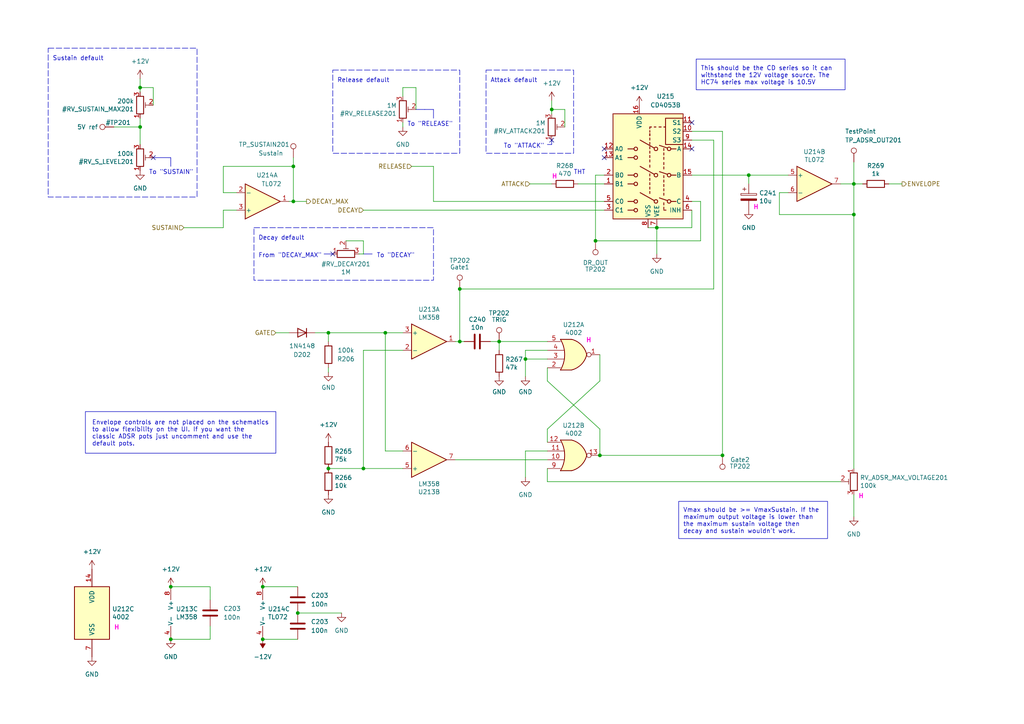
<source format=kicad_sch>
(kicad_sch (version 20231120) (generator "eeschema") (generator_version "8.0")
  (paper "A4")
  (title_block (title "ADSR"))
  (lib_symbols
    (symbol "+12V_1" (power) (pin_names (offset 0))
      (property "Value" "+12V_1" (at 0 3.556 0))
      (symbol "+12V_1_0_1"
        (polyline (pts (xy -0.762 1.27) (xy 0 2.54)))
        (polyline (pts (xy 0 0) (xy 0 2.54)))
        (polyline (pts (xy 0 2.54) (xy 0.762 1.27)))
      )
      (symbol "+12V_1_1_1"
        (pin power_in line (at 0 0 90) (length 0) hide (name "+12V") (number "1"))
      )
    )
    (symbol "+12V_2" (power) (pin_names (offset 0))
      (property "Value" "+12V_2" (at 0 3.556 0))
      (symbol "+12V_2_0_1"
        (polyline (pts (xy -0.762 1.27) (xy 0 2.54)))
        (polyline (pts (xy 0 0) (xy 0 2.54)))
        (polyline (pts (xy 0 2.54) (xy 0.762 1.27)))
      )
      (symbol "+12V_2_1_1"
        (pin power_in line (at 0 0 90) (length 0) hide (name "+12V") (number "1"))
      )
    )
    (symbol "+12V_3" (power) (pin_names (offset 0))
      (property "Value" "+12V_3" (at 0 3.556 0))
      (symbol "+12V_3_0_1"
        (polyline (pts (xy -0.762 1.27) (xy 0 2.54)))
        (polyline (pts (xy 0 0) (xy 0 2.54)))
        (polyline (pts (xy 0 2.54) (xy 0.762 1.27)))
      )
      (symbol "+12V_3_1_1"
        (pin power_in line (at 0 0 90) (length 0) hide (name "+12V") (number "1"))
      )
    )
    (symbol "+12V_4" (power) (pin_names (offset 0))
      (property "Value" "+12V_4" (at 0 3.556 0))
      (symbol "+12V_4_0_1"
        (polyline (pts (xy -0.762 1.27) (xy 0 2.54)))
        (polyline (pts (xy 0 0) (xy 0 2.54)))
        (polyline (pts (xy 0 2.54) (xy 0.762 1.27)))
      )
      (symbol "+12V_4_1_1"
        (pin power_in line (at 0 0 90) (length 0) hide (name "+12V") (number "1"))
      )
    )
    (symbol "+12V_5" (power) (pin_names (offset 0))
      (property "Value" "+12V_5" (at 0 3.556 0))
      (symbol "+12V_5_0_1"
        (polyline (pts (xy -0.762 1.27) (xy 0 2.54)))
        (polyline (pts (xy 0 0) (xy 0 2.54)))
        (polyline (pts (xy 0 2.54) (xy 0.762 1.27)))
      )
      (symbol "+12V_5_1_1"
        (pin power_in line (at 0 0 90) (length 0) hide (name "+12V") (number "1"))
      )
    )
    (symbol "+12V_6" (power) (pin_names (offset 0))
      (property "Value" "+12V_6" (at 0 3.556 0))
      (symbol "+12V_6_0_1"
        (polyline (pts (xy -0.762 1.27) (xy 0 2.54)))
        (polyline (pts (xy 0 0) (xy 0 2.54)))
        (polyline (pts (xy 0 2.54) (xy 0.762 1.27)))
      )
      (symbol "+12V_6_1_1"
        (pin power_in line (at 0 0 90) (length 0) hide (name "+12V") (number "1"))
      )
    )
    (symbol "+12V_7" (power) (pin_names (offset 0))
      (property "Value" "+12V_7" (at 0 3.556 0))
      (symbol "+12V_7_0_1"
        (polyline (pts (xy -0.762 1.27) (xy 0 2.54)))
        (polyline (pts (xy 0 0) (xy 0 2.54)))
        (polyline (pts (xy 0 2.54) (xy 0.762 1.27)))
      )
      (symbol "+12V_7_1_1"
        (pin power_in line (at 0 0 90) (length 0) hide (name "+12V") (number "1"))
      )
    )
    (symbol "4xxx:4002" (pin_names (offset 1.016))
      (property "Reference" "U" (at 0 1.27 0))
      (property "Value" "4002" (at 0 -1.27 0))
      (symbol "4002_1_1"
        (arc (start -3.81 -4.445) (mid -2.5908 0) (end -3.81 4.445) (stroke (width 0.254)))
        (arc (start -0.6096 -4.445) (mid 2.2246 -2.8422) (end 3.81 0) (stroke (width 0.254)) (fill (type background)))
        (polyline (pts (xy -3.81 -4.445) (xy -0.635 -4.445)) (stroke (width 0.254)) (fill (type background)))
        (polyline (pts (xy -3.81 4.445) (xy -0.635 4.445)) (stroke (width 0.254)) (fill (type background)))
        (polyline (pts (xy -0.635 4.445) (xy -3.81 4.445) (xy -3.81 4.445) (xy -3.6322 4.0894) (xy -3.0988 2.921) (xy -2.7686 1.6764) (xy -2.6162 0.4318) (xy -2.6416 -0.8636) (xy -2.8702 -2.1082) (xy -3.2512 -3.3274) (xy -3.81 -4.445) (xy -3.81 -4.445) (xy -0.635 -4.445)) (stroke (width -25.4)) (fill (type background)))
        (arc (start 3.81 0) (mid 2.2204 2.8379) (end -0.6096 4.445) (stroke (width 0.254)) (fill (type background)))
        (pin output inverted (at 7.62 0 180) (length 3.81) (name "~") (number "1"))
        (pin input line (at -7.62 3.81 0) (length 3.81) (name "~") (number "2"))
        (pin input line (at -7.62 1.27 0) (length 4.826) (name "~") (number "3"))
        (pin input line (at -7.62 -1.27 0) (length 4.826) (name "~") (number "4"))
        (pin input line (at -7.62 -3.81 0) (length 3.81) (name "~") (number "5"))
      )
      (symbol "4002_1_2"
        (arc (start -0.635 -4.445) (mid 3.7907 0) (end -0.635 4.445) (stroke (width 0.254)) (fill (type background)))
        (polyline (pts (xy -0.635 4.445) (xy -3.81 4.445) (xy -3.81 -4.445) (xy -0.635 -4.445)) (stroke (width 0.254)) (fill (type background)))
        (pin output line (at 7.62 0 180) (length 3.81) (name "~") (number "1"))
        (pin input inverted (at -7.62 3.81 0) (length 3.81) (name "~") (number "2"))
        (pin input inverted (at -7.62 1.27 0) (length 3.81) (name "~") (number "3"))
        (pin input inverted (at -7.62 -1.27 0) (length 3.81) (name "~") (number "4"))
        (pin input inverted (at -7.62 -3.81 0) (length 3.81) (name "~") (number "5"))
      )
      (symbol "4002_2_1"
        (arc (start -3.81 -4.445) (mid -2.5908 0) (end -3.81 4.445) (stroke (width 0.254)))
        (arc (start -0.6096 -4.445) (mid 2.2246 -2.8422) (end 3.81 0) (stroke (width 0.254)) (fill (type background)))
        (polyline (pts (xy -3.81 -4.445) (xy -0.635 -4.445)) (stroke (width 0.254)) (fill (type background)))
        (polyline (pts (xy -3.81 4.445) (xy -0.635 4.445)) (stroke (width 0.254)) (fill (type background)))
        (polyline (pts (xy -0.635 4.445) (xy -3.81 4.445) (xy -3.81 4.445) (xy -3.6322 4.0894) (xy -3.0988 2.921) (xy -2.7686 1.6764) (xy -2.6162 0.4318) (xy -2.6416 -0.8636) (xy -2.8702 -2.1082) (xy -3.2512 -3.3274) (xy -3.81 -4.445) (xy -3.81 -4.445) (xy -0.635 -4.445)) (stroke (width -25.4)) (fill (type background)))
        (arc (start 3.81 0) (mid 2.2204 2.8379) (end -0.6096 4.445) (stroke (width 0.254)) (fill (type background)))
        (pin input line (at -7.62 1.27 0) (length 4.826) (name "~") (number "10"))
        (pin input line (at -7.62 -1.27 0) (length 4.826) (name "~") (number "11"))
        (pin input line (at -7.62 -3.81 0) (length 3.81) (name "~") (number "12"))
        (pin output inverted (at 7.62 0 180) (length 3.81) (name "~") (number "13"))
        (pin input line (at -7.62 3.81 0) (length 3.81) (name "~") (number "9"))
      )
      (symbol "4002_2_2"
        (arc (start -0.635 -4.445) (mid 3.7907 0) (end -0.635 4.445) (stroke (width 0.254)) (fill (type background)))
        (polyline (pts (xy -0.635 4.445) (xy -3.81 4.445) (xy -3.81 -4.445) (xy -0.635 -4.445)) (stroke (width 0.254)) (fill (type background)))
        (pin input inverted (at -7.62 1.27 0) (length 3.81) (name "~") (number "10"))
        (pin input inverted (at -7.62 -1.27 0) (length 3.81) (name "~") (number "11"))
        (pin input inverted (at -7.62 -3.81 0) (length 3.81) (name "~") (number "12"))
        (pin output line (at 7.62 0 180) (length 3.81) (name "~") (number "13"))
        (pin input inverted (at -7.62 3.81 0) (length 3.81) (name "~") (number "9"))
      )
      (symbol "4002_3_0"
        (pin power_in line (at 0 12.7 270) (length 5.08) (name "VDD") (number "14"))
        (pin power_in line (at 0 -12.7 90) (length 5.08) (name "VSS") (number "7"))
      )
      (symbol "4002_3_1"
        (rectangle (start -5.08 7.62) (end 5.08 -7.62) (stroke (width 0.254)) (fill (type background)))
      )
    )
    (symbol "Amplifier_Operational:LM358" (pin_names (offset 0.127))
      (property "Reference" "U" (at 0 5.08 0))
      (property "Value" "LM358" (at 0 -5.08 0))
      (symbol "LM358_1_1"
        (polyline (pts (xy -5.08 5.08) (xy 5.08 0) (xy -5.08 -5.08) (xy -5.08 5.08)) (stroke (width 0.254)) (fill (type background)))
        (pin output line (at 7.62 0 180) (length 2.54) (name "~") (number "1"))
        (pin input line (at -7.62 -2.54 0) (length 2.54) (name "-") (number "2"))
        (pin input line (at -7.62 2.54 0) (length 2.54) (name "+") (number "3"))
      )
      (symbol "LM358_2_1"
        (polyline (pts (xy -5.08 5.08) (xy 5.08 0) (xy -5.08 -5.08) (xy -5.08 5.08)) (stroke (width 0.254)) (fill (type background)))
        (pin input line (at -7.62 2.54 0) (length 2.54) (name "+") (number "5"))
        (pin input line (at -7.62 -2.54 0) (length 2.54) (name "-") (number "6"))
        (pin output line (at 7.62 0 180) (length 2.54) (name "~") (number "7"))
      )
      (symbol "LM358_3_1"
        (pin power_in line (at -2.54 -7.62 90) (length 3.81) (name "V-") (number "4"))
        (pin power_in line (at -2.54 7.62 270) (length 3.81) (name "V+") (number "8"))
      )
    )
    (symbol "Amplifier_Operational:TL072" (pin_names (offset 0.127))
      (property "Reference" "U" (at 0 5.08 0))
      (property "Value" "TL072" (at 0 -5.08 0))
      (symbol "TL072_1_1"
        (polyline (pts (xy -5.08 5.08) (xy 5.08 0) (xy -5.08 -5.08) (xy -5.08 5.08)) (stroke (width 0.254)) (fill (type background)))
        (pin output line (at 7.62 0 180) (length 2.54) (name "~") (number "1"))
        (pin input line (at -7.62 -2.54 0) (length 2.54) (name "-") (number "2"))
        (pin input line (at -7.62 2.54 0) (length 2.54) (name "+") (number "3"))
      )
      (symbol "TL072_2_1"
        (polyline (pts (xy -5.08 5.08) (xy 5.08 0) (xy -5.08 -5.08) (xy -5.08 5.08)) (stroke (width 0.254)) (fill (type background)))
        (pin input line (at -7.62 2.54 0) (length 2.54) (name "+") (number "5"))
        (pin input line (at -7.62 -2.54 0) (length 2.54) (name "-") (number "6"))
        (pin output line (at 7.62 0 180) (length 2.54) (name "~") (number "7"))
      )
      (symbol "TL072_3_1"
        (pin power_in line (at -2.54 -7.62 90) (length 3.81) (name "V-") (number "4"))
        (pin power_in line (at -2.54 7.62 270) (length 3.81) (name "V+") (number "8"))
      )
    )
    (symbol "Analog_Switch:CD4053B"
      (property "Reference" "U" (at -10.16 16.51 0))
      (property "Value" "CD4053B" (at 3.81 16.51 0))
      (symbol "CD4053B_0_1"
        (rectangle (start -10.16 6.35) (end -5.08 13.97) (stroke (width 0.254)))
        (rectangle (start -10.16 15.24) (end 10.16 -15.24) (stroke (width 0.254)) (fill (type background)))
        (circle (center -6.096 -10.16) (radius 0.508) (stroke (width 0.254)))
        (circle (center -6.096 -2.54) (radius 0.508) (stroke (width 0.254)))
        (circle (center -6.096 5.08) (radius 0.508) (stroke (width 0.254)))
        (circle (center -2.286 -10.16) (radius 0.508) (stroke (width 0.254)))
        (circle (center -2.286 -2.54) (radius 0.508) (stroke (width 0.254)))
        (circle (center -2.286 5.08) (radius 0.508) (stroke (width 0.254)))
        (polyline (pts (xy -8.128 -10.16) (xy -6.604 -10.16)) (stroke (width 0.254)))
        (polyline (pts (xy -8.128 -2.54) (xy -6.604 -2.54)) (stroke (width 0.254)))
        (polyline (pts (xy -8.128 5.08) (xy -6.604 5.08)) (stroke (width 0.254)))
        (polyline (pts (xy -5.588 -9.906) (xy -3.302 -9.144)) (stroke (width 0.254)))
        (polyline (pts (xy -5.588 -2.286) (xy -3.302 -1.524)) (stroke (width 0.254)))
        (polyline (pts (xy -5.588 5.334) (xy -3.302 6.096)) (stroke (width 0.254)))
        (polyline (pts (xy -4.572 -12.7) (xy -5.207 -12.7)) (stroke (width 0.254)))
        (polyline (pts (xy -4.572 -12.446) (xy -4.572 -11.811)) (stroke (width 0.254)))
        (polyline (pts (xy -4.572 -11.176) (xy -4.572 -10.541)) (stroke (width 0.254)))
        (polyline (pts (xy -4.572 -8.382) (xy -4.572 -7.747)) (stroke (width 0.254)))
        (polyline (pts (xy -4.572 -7.112) (xy -4.572 -6.477)) (stroke (width 0.254)))
        (polyline (pts (xy -4.572 -5.842) (xy -4.572 -5.207)) (stroke (width 0.254)))
        (polyline (pts (xy -4.572 -4.572) (xy -4.572 -3.937)) (stroke (width 0.254)))
        (polyline (pts (xy -4.572 -3.302) (xy -4.572 -2.667)) (stroke (width 0.254)))
        (polyline (pts (xy -4.572 -0.762) (xy -4.572 -0.127)) (stroke (width 0.254)))
        (polyline (pts (xy -4.572 0.508) (xy -4.572 1.143)) (stroke (width 0.254)))
        (polyline (pts (xy -4.572 2.032) (xy -4.572 2.667)) (stroke (width 0.254)))
        (polyline (pts (xy -4.572 3.302) (xy -4.572 3.937)) (stroke (width 0.254)))
        (polyline (pts (xy -4.572 4.572) (xy -4.572 5.207)) (stroke (width 0.254)))
        (polyline (pts (xy -4.572 11.43) (xy -5.08 11.43)) (stroke (width 0.254)))
        (polyline (pts (xy -3.81 11.43) (xy -3.175 11.43)) (stroke (width 0.254)))
        (polyline (pts (xy -1.778 -9.906) (xy 2.286 -7.62)) (stroke (width 0.254)))
        (polyline (pts (xy -1.778 -2.286) (xy 2.286 0)) (stroke (width 0.254)))
        (polyline (pts (xy -1.778 5.334) (xy 2.286 7.62)) (stroke (width 0.254)))
        (polyline (pts (xy -1.778 11.43) (xy -2.286 11.43)) (stroke (width 0.254)))
        (polyline (pts (xy -0.508 -7.874) (xy -0.508 -7.239)) (stroke (width 0.254)))
        (polyline (pts (xy -0.508 -6.604) (xy -0.508 -5.969)) (stroke (width 0.254)))
        (polyline (pts (xy -0.508 -5.334) (xy -0.508 -4.699)) (stroke (width 0.254)))
        (polyline (pts (xy -0.508 -4.064) (xy -0.508 -3.429)) (stroke (width 0.254)))
        (polyline (pts (xy -0.508 -2.794) (xy -0.508 -2.159)) (stroke (width 0.254)))
        (polyline (pts (xy -0.508 -0.254) (xy -0.508 0.381)) (stroke (width 0.254)))
        (polyline (pts (xy -0.508 1.27) (xy -0.508 1.905)) (stroke (width 0.254)))
        (polyline (pts (xy -0.508 2.54) (xy -0.508 3.175)) (stroke (width 0.254)))
        (polyline (pts (xy -0.508 3.81) (xy -0.508 4.445)) (stroke (width 0.254)))
        (polyline (pts (xy -0.508 5.08) (xy -0.508 5.715)) (stroke (width 0.254)))
        (polyline (pts (xy -0.508 6.35) (xy -0.508 6.985)) (stroke (width 0.254)))
        (polyline (pts (xy -0.508 7.62) (xy -0.508 8.255)) (stroke (width 0.254)))
        (polyline (pts (xy -0.508 8.89) (xy -0.508 9.398)) (stroke (width 0.254)))
        (polyline (pts (xy -0.508 8.89) (xy -0.508 9.525)) (stroke (width 0.254)))
        (polyline (pts (xy -0.508 9.906) (xy -0.508 10.414)) (stroke (width 0.254)))
        (polyline (pts (xy -0.508 10.922) (xy -0.508 11.43)) (stroke (width 0.254)))
        (polyline (pts (xy -0.508 11.43) (xy -1.016 11.43)) (stroke (width 0.254)))
        (polyline (pts (xy 4.064 -12.7) (xy 5.842 -12.7)) (stroke (width 0.254)))
        (polyline (pts (xy 4.064 -10.16) (xy 5.842 -10.16)) (stroke (width 0.254)))
        (polyline (pts (xy 4.064 -5.08) (xy 5.842 -5.08)) (stroke (width 0.254)))
        (polyline (pts (xy 4.064 -2.54) (xy 5.842 -2.54)) (stroke (width 0.254)))
        (polyline (pts (xy 4.064 2.54) (xy 5.842 2.54)) (stroke (width 0.254)))
        (polyline (pts (xy 4.064 5.08) (xy 5.842 5.08)) (stroke (width 0.254)))
        (circle (center 3.556 -12.7) (radius 0.508) (stroke (width 0.254)))
        (circle (center 3.556 -10.16) (radius 0.508) (stroke (width 0.254)))
        (circle (center 3.556 -5.08) (radius 0.508) (stroke (width 0.254)))
        (circle (center 3.556 -2.54) (radius 0.508) (stroke (width 0.254)))
        (circle (center 3.556 2.54) (radius 0.508) (stroke (width 0.254)))
        (circle (center 3.556 5.08) (radius 0.508) (stroke (width 0.254)))
      )
      (symbol "CD4053B_1_1"
        (pin bidirectional line (at 12.7 -5.08 180) (length 2.54) (name "B1") (number "1"))
        (pin input line (at -12.7 10.16 0) (length 2.54) (name "S2") (number "10"))
        (pin input line (at -12.7 12.7 0) (length 2.54) (name "S1") (number "11"))
        (pin bidirectional line (at 12.7 5.08 180) (length 2.54) (name "A0") (number "12"))
        (pin bidirectional line (at 12.7 2.54 180) (length 2.54) (name "A1") (number "13"))
        (pin bidirectional line (at -12.7 5.08 0) (length 2.54) (name "A") (number "14"))
        (pin bidirectional line (at -12.7 -2.54 0) (length 2.54) (name "B") (number "15"))
        (pin power_in line (at 2.54 17.78 270) (length 2.54) (name "VDD") (number "16"))
        (pin bidirectional line (at 12.7 -2.54 180) (length 2.54) (name "B0") (number "2"))
        (pin bidirectional line (at 12.7 -12.7 180) (length 2.54) (name "C1") (number "3"))
        (pin bidirectional line (at -12.7 -10.16 0) (length 2.54) (name "C") (number "4"))
        (pin bidirectional line (at 12.7 -10.16 180) (length 2.54) (name "C0") (number "5"))
        (pin input line (at -12.7 -12.7 0) (length 2.54) (name "INH") (number "6"))
        (pin power_in line (at -2.54 -17.78 90) (length 2.54) (name "VEE") (number "7"))
        (pin power_in line (at 0 -17.78 90) (length 2.54) (name "VSS") (number "8"))
        (pin input line (at -12.7 7.62 0) (length 2.54) (name "S3") (number "9"))
      )
    )
    (symbol "Connector:TestPoint" (pin_numbers hide) (pin_names (offset 0.762) hide)
      (property "Reference" "TP" (at 0 6.858 0))
      (property "Value" "TestPoint" (at 0 5.08 0))
      (symbol "TestPoint_0_1"
        (circle (center 0 3.302) (radius 0.762))
      )
      (symbol "TestPoint_1_1"
        (pin passive line (at 0 0 90) (length 2.54) (name "1") (number "1"))
      )
    )
    (symbol "Device:C" (pin_numbers hide) (pin_names (offset 0.254))
      (property "Reference" "C" (at 0.635 2.54 0))
      (property "Value" "C" (at 0.635 -2.54 0))
      (symbol "C_0_1"
        (polyline (pts (xy -2.032 -0.762) (xy 2.032 -0.762)) (stroke (width 0.508)))
        (polyline (pts (xy -2.032 0.762) (xy 2.032 0.762)) (stroke (width 0.508)))
      )
      (symbol "C_1_1"
        (pin passive line (at 0 3.81 270) (length 2.794) (name "~") (number "1"))
        (pin passive line (at 0 -3.81 90) (length 2.794) (name "~") (number "2"))
      )
    )
    (symbol "Device:C_Polarized" (pin_numbers hide) (pin_names (offset 0.254))
      (property "Reference" "C" (at 0.635 2.54 0))
      (property "Value" "C_Polarized" (at 0.635 -2.54 0))
      (symbol "C_Polarized_0_1"
        (rectangle (start -2.286 0.508) (end 2.286 1.016))
        (polyline (pts (xy -1.778 2.286) (xy -0.762 2.286)))
        (polyline (pts (xy -1.27 2.794) (xy -1.27 1.778)))
        (rectangle (start 2.286 -0.508) (end -2.286 -1.016) (fill (type outline)))
      )
      (symbol "C_Polarized_1_1"
        (pin passive line (at 0 3.81 270) (length 2.794) (name "~") (number "1"))
        (pin passive line (at 0 -3.81 90) (length 2.794) (name "~") (number "2"))
      )
    )
    (symbol "Device:D" (pin_numbers hide) (pin_names (offset 1.016) hide)
      (property "Reference" "D" (at 0 2.54 0))
      (property "Value" "D" (at 0 -2.54 0))
      (symbol "D_0_1"
        (polyline (pts (xy -1.27 1.27) (xy -1.27 -1.27)) (stroke (width 0.254)))
        (polyline (pts (xy 1.27 0) (xy -1.27 0)))
        (polyline (pts (xy 1.27 1.27) (xy 1.27 -1.27) (xy -1.27 0) (xy 1.27 1.27)) (stroke (width 0.254)))
      )
      (symbol "D_1_1"
        (pin passive line (at -3.81 0 0) (length 2.54) (name "K") (number "1"))
        (pin passive line (at 3.81 0 180) (length 2.54) (name "A") (number "2"))
      )
    )
    (symbol "Device:R" (pin_numbers hide) (pin_names (offset 0))
      (property "Reference" "R" (at 2.032 0 90))
      (property "Value" "R" (at 0 0 90))
      (symbol "R_0_1"
        (rectangle (start -1.016 -2.54) (end 1.016 2.54) (stroke (width 0.254)))
      )
      (symbol "R_1_1"
        (pin passive line (at 0 3.81 270) (length 1.27) (name "~") (number "1"))
        (pin passive line (at 0 -3.81 90) (length 1.27) (name "~") (number "2"))
      )
    )
    (symbol "Device:R_Potentiometer_Trim" (pin_names (offset 1.016) hide)
      (property "Reference" "RV" (at -4.445 0 90))
      (property "Value" "R_Potentiometer_Trim" (at -2.54 0 90))
      (symbol "R_Potentiometer_Trim_0_1"
        (polyline (pts (xy 1.524 0.762) (xy 1.524 -0.762)))
        (polyline (pts (xy 2.54 0) (xy 1.524 0)))
        (rectangle (start 1.016 2.54) (end -1.016 -2.54) (stroke (width 0.254)))
      )
      (symbol "R_Potentiometer_Trim_1_1"
        (pin passive line (at 0 3.81 270) (length 1.27) (name "1") (number "1"))
        (pin passive line (at 3.81 0 180) (length 1.27) (name "2") (number "2"))
        (pin passive line (at 0 -3.81 90) (length 1.27) (name "3") (number "3"))
      )
    )
    (symbol "GND_1" (power) (pin_names (offset 0))
      (property "Value" "GND_1" (at 0 -3.81 0))
      (symbol "GND_1_0_1"
        (polyline (pts (xy 0 0) (xy 0 -1.27) (xy 1.27 -1.27) (xy 0 -2.54) (xy -1.27 -1.27) (xy 0 -1.27)))
      )
      (symbol "GND_1_1_1"
        (pin power_in line (at 0 0 270) (length 0) hide (name "GND") (number "1"))
      )
    )
    (symbol "GND_10" (power) (pin_names (offset 0))
      (property "Value" "GND_10" (at 0 -3.81 0))
      (symbol "GND_10_0_1"
        (polyline (pts (xy 0 0) (xy 0 -1.27) (xy 1.27 -1.27) (xy 0 -2.54) (xy -1.27 -1.27) (xy 0 -1.27)))
      )
      (symbol "GND_10_1_1"
        (pin power_in line (at 0 0 270) (length 0) hide (name "GND") (number "1"))
      )
    )
    (symbol "GND_2" (power) (pin_names (offset 0))
      (property "Value" "GND_2" (at 0 -3.81 0))
      (symbol "GND_2_0_1"
        (polyline (pts (xy 0 0) (xy 0 -1.27) (xy 1.27 -1.27) (xy 0 -2.54) (xy -1.27 -1.27) (xy 0 -1.27)))
      )
      (symbol "GND_2_1_1"
        (pin power_in line (at 0 0 270) (length 0) hide (name "GND") (number "1"))
      )
    )
    (symbol "GND_3" (power) (pin_names (offset 0))
      (property "Value" "GND_3" (at 0 -3.81 0))
      (symbol "GND_3_0_1"
        (polyline (pts (xy 0 0) (xy 0 -1.27) (xy 1.27 -1.27) (xy 0 -2.54) (xy -1.27 -1.27) (xy 0 -1.27)))
      )
      (symbol "GND_3_1_1"
        (pin power_in line (at 0 0 270) (length 0) hide (name "GND") (number "1"))
      )
    )
    (symbol "GND_4" (power) (pin_names (offset 0))
      (property "Value" "GND_4" (at 0 -3.81 0))
      (symbol "GND_4_0_1"
        (polyline (pts (xy 0 0) (xy 0 -1.27) (xy 1.27 -1.27) (xy 0 -2.54) (xy -1.27 -1.27) (xy 0 -1.27)))
      )
      (symbol "GND_4_1_1"
        (pin power_in line (at 0 0 270) (length 0) hide (name "GND") (number "1"))
      )
    )
    (symbol "GND_5" (power) (pin_names (offset 0))
      (property "Value" "GND_5" (at 0 -3.81 0))
      (symbol "GND_5_0_1"
        (polyline (pts (xy 0 0) (xy 0 -1.27) (xy 1.27 -1.27) (xy 0 -2.54) (xy -1.27 -1.27) (xy 0 -1.27)))
      )
      (symbol "GND_5_1_1"
        (pin power_in line (at 0 0 270) (length 0) hide (name "GND") (number "1"))
      )
    )
    (symbol "GND_6" (power) (pin_names (offset 0))
      (property "Value" "GND_6" (at 0 -3.81 0))
      (symbol "GND_6_0_1"
        (polyline (pts (xy 0 0) (xy 0 -1.27) (xy 1.27 -1.27) (xy 0 -2.54) (xy -1.27 -1.27) (xy 0 -1.27)))
      )
      (symbol "GND_6_1_1"
        (pin power_in line (at 0 0 270) (length 0) hide (name "GND") (number "1"))
      )
    )
    (symbol "GND_7" (power) (pin_names (offset 0))
      (property "Value" "GND_7" (at 0 -3.81 0))
      (symbol "GND_7_0_1"
        (polyline (pts (xy 0 0) (xy 0 -1.27) (xy 1.27 -1.27) (xy 0 -2.54) (xy -1.27 -1.27) (xy 0 -1.27)))
      )
      (symbol "GND_7_1_1"
        (pin power_in line (at 0 0 270) (length 0) hide (name "GND") (number "1"))
      )
    )
    (symbol "GND_8" (power) (pin_names (offset 0))
      (property "Value" "GND_8" (at 0 -3.81 0))
      (symbol "GND_8_0_1"
        (polyline (pts (xy 0 0) (xy 0 -1.27) (xy 1.27 -1.27) (xy 0 -2.54) (xy -1.27 -1.27) (xy 0 -1.27)))
      )
      (symbol "GND_8_1_1"
        (pin power_in line (at 0 0 270) (length 0) hide (name "GND") (number "1"))
      )
    )
    (symbol "GND_9" (power) (pin_names (offset 0))
      (property "Value" "GND_9" (at 0 -3.81 0))
      (symbol "GND_9_0_1"
        (polyline (pts (xy 0 0) (xy 0 -1.27) (xy 1.27 -1.27) (xy 0 -2.54) (xy -1.27 -1.27) (xy 0 -1.27)))
      )
      (symbol "GND_9_1_1"
        (pin power_in line (at 0 0 270) (length 0) hide (name "GND") (number "1"))
      )
    )
    (symbol "power:-12V" (power) (pin_names (offset 0))
      (property "Value" "-12V" (at 0 3.81 0))
      (symbol "-12V_0_0"
        (pin power_in line (at 0 0 90) (length 0) hide (name "-12V") (number "1"))
      )
      (symbol "-12V_0_1"
        (polyline (pts (xy 0 0) (xy 0 1.27) (xy 0.762 1.27) (xy 0 2.54) (xy -0.762 1.27) (xy 0 1.27)) (fill (type outline)))
      )
    )
    (symbol "power:GND" (power) (pin_names (offset 0))
      (property "Value" "GND" (at 0 -3.81 0))
      (symbol "GND_0_1"
        (polyline (pts (xy 0 0) (xy 0 -1.27) (xy 1.27 -1.27) (xy 0 -2.54) (xy -1.27 -1.27) (xy 0 -1.27)))
      )
      (symbol "GND_1_1"
        (pin power_in line (at 0 0 270) (length 0) hide (name "GND") (number "1"))
      )
    )
  )
  (junction (at 49.53 185.42))
  (junction (at 95.25 96.52))
  (junction (at 85.09 48.26))
  (junction (at 40.64 25.4))
  (junction (at 173.99 132.08))
  (junction (at 133.35 83.82))
  (junction (at 190.5 66.04))
  (junction (at 247.65 53.34))
  (junction (at 40.64 36.83))
  (junction (at 144.78 99.06))
  (junction (at 111.76 96.52))
  (junction (at 76.2 185.42))
  (junction (at 172.72 69.85))
  (junction (at 247.65 62.23))
  (junction (at 160.02 31.75))
  (junction (at 209.55 132.08))
  (junction (at 133.35 99.06))
  (junction (at 86.36 177.8))
  (junction (at 85.09 58.42))
  (junction (at 152.4 104.14))
  (junction (at 49.53 170.18))
  (junction (at 105.41 135.89))
  (junction (at 76.2 170.18))
  (junction (at 95.25 135.89))
  (junction (at 217.17 50.8))
  (no_connect (at 96.52 73.66))
  (no_connect (at 200.66 35.56))
  (no_connect (at 200.66 43.18))
  (no_connect (at 160.02 40.64))
  (no_connect (at 175.26 43.18))
  (no_connect (at 44.45 45.72))
  (no_connect (at 175.26 45.72))
  (wire (pts (xy 152.4 104.14) (xy 152.4 101.6)))
  (wire (pts (xy 100.33 69.85) (xy 105.41 69.85)))
  (wire (pts (xy 83.82 96.52) (xy 80.01 96.52)))
  (wire (pts (xy 158.75 135.89) (xy 158.75 139.7)))
  (polyline (pts (xy 123.19 31.75) (xy 125.73 31.75)))
  (wire (pts (xy 172.72 50.8) (xy 172.72 69.85)))
  (wire (pts (xy 158.75 110.49) (xy 173.99 124.46)))
  (wire (pts (xy 99.06 177.8) (xy 86.36 177.8)))
  (wire (pts (xy 104.14 73.66) (xy 105.41 73.66)))
  (wire (pts (xy 261.62 53.34) (xy 257.81 53.34)))
  (wire (pts (xy 85.09 58.42) (xy 88.9 58.42)))
  (wire (pts (xy 158.75 104.14) (xy 152.4 104.14)))
  (wire (pts (xy 105.41 101.6) (xy 105.41 135.89)))
  (wire (pts (xy 60.96 170.18) (xy 60.96 173.99)))
  (wire (pts (xy 217.17 53.34) (xy 217.17 50.8)))
  (wire (pts (xy 247.65 62.23) (xy 247.65 135.89)))
  (wire (pts (xy 86.36 170.18) (xy 76.2 170.18)))
  (wire (pts (xy 160.02 31.75) (xy 160.02 29.21)))
  (wire (pts (xy 247.65 46.99) (xy 247.65 53.34)))
  (wire (pts (xy 116.84 101.6) (xy 105.41 101.6)))
  (polyline (pts (xy 158.75 41.91) (xy 160.02 41.91)))
  (wire (pts (xy 158.75 130.81) (xy 152.4 130.81)))
  (polyline (pts (xy 93.98 73.66) (xy 96.52 73.66)))
  (wire (pts (xy 95.25 96.52) (xy 111.76 96.52)))
  (polyline (pts (xy 105.41 73.66) (xy 107.95 73.66)))
  (wire (pts (xy 203.2 69.85) (xy 203.2 58.42)))
  (wire (pts (xy 105.41 135.89) (xy 116.84 135.89)))
  (wire (pts (xy 116.84 27.94) (xy 116.84 25.4)))
  (wire (pts (xy 40.64 36.83) (xy 40.64 41.91)))
  (wire (pts (xy 125.73 58.42) (xy 175.26 58.42)))
  (wire (pts (xy 86.36 185.42) (xy 76.2 185.42)))
  (wire (pts (xy 152.4 101.6) (xy 158.75 101.6)))
  (wire (pts (xy 132.08 99.06) (xy 133.35 99.06)))
  (wire (pts (xy 158.75 124.46) (xy 158.75 128.27)))
  (wire (pts (xy 125.73 58.42) (xy 125.73 48.26)))
  (wire (pts (xy 200.66 40.64) (xy 207.01 40.64)))
  (wire (pts (xy 144.78 99.06) (xy 144.78 101.6)))
  (polyline (pts (xy 49.53 45.72) (xy 49.53 48.26)))
  (wire (pts (xy 40.64 22.86) (xy 40.64 25.4)))
  (wire (pts (xy 173.99 102.87) (xy 173.99 110.49)))
  (wire (pts (xy 190.5 73.66) (xy 190.5 66.04)))
  (wire (pts (xy 217.17 50.8) (xy 228.6 50.8)))
  (wire (pts (xy 167.64 53.34) (xy 175.26 53.34)))
  (wire (pts (xy 132.08 133.35) (xy 158.75 133.35)))
  (wire (pts (xy 200.66 66.04) (xy 190.5 66.04)))
  (wire (pts (xy 60.96 170.18) (xy 49.53 170.18)))
  (wire (pts (xy 142.24 99.06) (xy 144.78 99.06)))
  (wire (pts (xy 153.67 53.34) (xy 160.02 53.34)))
  (wire (pts (xy 64.77 55.88) (xy 64.77 48.26)))
  (wire (pts (xy 111.76 96.52) (xy 116.84 96.52)))
  (wire (pts (xy 152.4 130.81) (xy 152.4 138.43)))
  (wire (pts (xy 217.17 50.8) (xy 200.66 50.8)))
  (polyline (pts (xy 125.73 31.75) (xy 125.73 34.29)))
  (wire (pts (xy 105.41 60.96) (xy 175.26 60.96)))
  (wire (pts (xy 133.35 83.82) (xy 207.01 83.82)))
  (wire (pts (xy 85.09 45.72) (xy 85.09 48.26)))
  (wire (pts (xy 190.5 66.04) (xy 187.96 66.04)))
  (wire (pts (xy 40.64 34.29) (xy 40.64 36.83)))
  (wire (pts (xy 160.02 31.75) (xy 160.02 33.02)))
  (wire (pts (xy 152.4 109.22) (xy 152.4 104.14)))
  (wire (pts (xy 91.44 96.52) (xy 95.25 96.52)))
  (wire (pts (xy 116.84 36.83) (xy 116.84 35.56)))
  (wire (pts (xy 64.77 60.96) (xy 68.58 60.96)))
  (wire (pts (xy 120.65 25.4) (xy 120.65 31.75)))
  (wire (pts (xy 173.99 124.46) (xy 173.99 132.08)))
  (wire (pts (xy 53.34 66.04) (xy 64.77 66.04)))
  (wire (pts (xy 60.96 185.42) (xy 60.96 181.61)))
  (wire (pts (xy 228.6 55.88) (xy 226.06 55.88)))
  (polyline (pts (xy 160.02 40.64) (xy 160.02 41.91)))
  (wire (pts (xy 144.78 99.06) (xy 158.75 99.06)))
  (wire (pts (xy 163.83 31.75) (xy 163.83 36.83)))
  (wire (pts (xy 116.84 25.4) (xy 120.65 25.4)))
  (wire (pts (xy 105.41 69.85) (xy 105.41 73.66)))
  (wire (pts (xy 173.99 110.49) (xy 158.75 124.46)))
  (wire (pts (xy 111.76 96.52) (xy 111.76 130.81)))
  (wire (pts (xy 64.77 66.04) (xy 64.77 60.96)))
  (wire (pts (xy 60.96 185.42) (xy 49.53 185.42)))
  (wire (pts (xy 175.26 50.8) (xy 172.72 50.8)))
  (wire (pts (xy 172.72 69.85) (xy 203.2 69.85)))
  (wire (pts (xy 207.01 40.64) (xy 207.01 83.82)))
  (wire (pts (xy 247.65 143.51) (xy 247.65 149.86)))
  (wire (pts (xy 95.25 96.52) (xy 95.25 99.06)))
  (wire (pts (xy 209.55 132.08) (xy 209.55 38.1)))
  (wire (pts (xy 247.65 53.34) (xy 247.65 62.23)))
  (wire (pts (xy 83.82 58.42) (xy 85.09 58.42)))
  (wire (pts (xy 158.75 106.68) (xy 158.75 110.49)))
  (wire (pts (xy 226.06 62.23) (xy 247.65 62.23)))
  (wire (pts (xy 111.76 130.81) (xy 116.84 130.81)))
  (wire (pts (xy 40.64 25.4) (xy 40.64 26.67)))
  (wire (pts (xy 243.84 139.7) (xy 158.75 139.7)))
  (wire (pts (xy 203.2 58.42) (xy 200.66 58.42)))
  (wire (pts (xy 125.73 48.26) (xy 119.38 48.26)))
  (wire (pts (xy 209.55 38.1) (xy 200.66 38.1)))
  (wire (pts (xy 247.65 53.34) (xy 243.84 53.34)))
  (polyline (pts (xy 120.65 31.75) (xy 123.19 31.75)))
  (wire (pts (xy 250.19 53.34) (xy 247.65 53.34)))
  (wire (pts (xy 85.09 48.26) (xy 85.09 58.42)))
  (wire (pts (xy 173.99 132.08) (xy 209.55 132.08)))
  (wire (pts (xy 95.25 107.95) (xy 95.25 106.68)))
  (wire (pts (xy 40.64 25.4) (xy 44.45 25.4)))
  (wire (pts (xy 64.77 48.26) (xy 85.09 48.26)))
  (wire (pts (xy 33.02 36.83) (xy 40.64 36.83)))
  (polyline (pts (xy 44.45 45.72) (xy 49.53 45.72)))
  (wire (pts (xy 133.35 83.82) (xy 133.35 99.06)))
  (wire (pts (xy 160.02 31.75) (xy 163.83 31.75)))
  (wire (pts (xy 133.35 99.06) (xy 134.62 99.06)))
  (wire (pts (xy 44.45 25.4) (xy 44.45 30.48)))
  (wire (pts (xy 68.58 55.88) (xy 64.77 55.88)))
  (wire (pts (xy 95.25 135.89) (xy 105.41 135.89)))
  (wire (pts (xy 200.66 60.96) (xy 200.66 66.04)))
  (wire (pts (xy 226.06 55.88) (xy 226.06 62.23)))
  (rectangle (start 201.93 17.145) (end 245.11 26.035))
  (rectangle (start 73.66 66.04) (end 125.73 81.28) (stroke (width 0) (type dash)))
  (rectangle (start 13.97 13.97) (end 57.15 57.15) (stroke (width 0) (type dash)))
  (rectangle (start 96.52 20.32) (end 133.35 44.45) (stroke (width 0) (type dash)))
  (rectangle (start 196.85 145.415) (end 240.03 156.21))
  (rectangle (start 140.97 20.32) (end 166.37 44.45) (stroke (width 0) (type dash)))
  (rectangle (start 24.765 119.38) (end 80.01 131.445))
  (text "THT" (at 166.37 50.8 0) (effects (font (size 1.27 1.27)) (justify left bottom)))
  (text "Attack default" (at 142.24 24.13 0) (effects (font (size 1.27 1.27)) (justify left bottom)))
  (text "Sustain default" (at 15.24 17.78 0) (effects (font (size 1.27 1.27)) (justify left bottom)))
  (text "Release default" (at 97.79 24.13 0) (effects (font (size 1.27 1.27)) (justify left bottom)))
  (text "Vmax should be >= VmaxSustain. If the\nmaximum output voltage is lower than\nthe maximum sustain voltage then \ndecay and sustain wouldn't work." (at 198.12 154.94 0) (effects (font (size 1.27 1.27)) (justify left bottom)))
  (text "H" (at 248.92 144.78 0) (effects (font (size 1.27 1.27) (thickness 0.254) (bold yes)) (justify left bottom)))
  (text "This should be the CD series so it can\nwithstand the 12V voltage source. The\nHC74 series max voltage is 10.5V" (at 203.2 24.765 0) (effects (font (size 1.27 1.27)) (justify left bottom)))
  (text "Decay default" (at 74.93 69.85 0) (effects (font (size 1.27 1.27)) (justify left bottom)))
  (text "To \"RELEASE\"" (at 118.11 36.83 0) (effects (font (size 1.27 1.27)) (justify left bottom)))
  (text "To \"SUSTAIN\"" (at 43.18 50.8 0) (effects (font (size 1.27 1.27)) (justify left bottom)))
  (text "From \"DECAY_MAX\"" (at 74.93 74.93 0) (effects (font (size 1.27 1.27)) (justify left bottom)))
  (text "H" (at 160.02 52.07 0) (effects (font (size 1.27 1.27) (thickness 0.254) (bold yes)) (justify left bottom)))
  (text "H" (at 33.02 182.88 0) (effects (font (size 1.27 1.27) (thickness 0.254) (bold yes)) (justify left bottom)))
  (text "H" (at 169.926 99.568 0) (effects (font (size 1.27 1.27) (thickness 0.254) (bold yes)) (justify left bottom)))
  (text "To \"DECAY\"" (at 109.22 74.93 0) (effects (font (size 1.27 1.27)) (justify left bottom)))
  (text "Envelope controls are not placed on the schematics\nto allow flexibility on the UI. If you want the \nclassic ADSR pots just uncomment and use the \ndefault pots." (at 26.67 129.54 0) (effects (font (size 1.27 1.27)) (justify left bottom)))
  (text "H" (at 218.44 60.96 0) (effects (font (size 1.27 1.27) (thickness 0.254) (bold yes)) (justify left bottom)))
  (text "To \"ATTACK\"" (at 146.05 43.18 0) (effects (font (size 1.27 1.27)) (justify left bottom)))
  (hierarchical_label "SUSTAIN" (shape input) (at 53.34 66.04 180))
  (hierarchical_label "ENVELOPE" (shape output) (at 261.62 53.34 0))
  (hierarchical_label "ATTACK" (shape input) (at 153.67 53.34 180))
  (hierarchical_label "DECAY_MAX" (shape output) (at 88.9 58.42 0))
  (hierarchical_label "DECAY" (shape input) (at 105.41 60.96 180))
  (hierarchical_label "RELEASE" (shape input) (at 119.38 48.26 180))
  (hierarchical_label "GATE" (shape input) (at 80.01 96.52 180))
  (symbol (lib_id "Analog_Switch:CD4053B") (at 187.96 48.26 0) (mirror y) (unit 1)
    (property "Reference" "U215" (at 193.04 27.94 0))
    (property "Value" "CD4053B" (at 193.04 30.48 0))
    (property "Footprint" "Package_SO:SOIC-16_3.9x9.9mm_P1.27mm" (effects (hide yes)))
    (property "Datasheet" "http://www.ti.com/lit/ds/symlink/cd4052b.pdf" (effects (hide yes)))
    (property "LCSC" "C6742" (effects (hide yes)))
    (property "Vendor" "JLCPCB" (effects (hide yes)))
    (instances (project "core-rev-3" (path "" (reference "U215") (unit 1))) (project "hog-f1-control" (path "" (reference "U4") (unit 1))))
  )
  (symbol (lib_id "power:GND") (at 99.06 177.8 0) (unit 1)
    (property "Reference" "#PWR0289" (effects (hide yes)))
    (property "Value" "GND" (at 99.06 182.88 0))
  )
  (symbol (lib_id "4xxx:4002") (at 166.37 102.87 0) (mirror x) (unit 1)
    (property "Reference" "U212" (at 166.37 94.1832 0))
    (property "Value" "4002" (at 166.37 96.4946 0))
    (property "Footprint" "Package_DIP:DIP-14_W7.62mm" (effects (hide yes)))
    (property "Datasheet" "http://www.intersil.com/content/dam/Intersil/documents/cd40/cd4000bms-01bms-02bms-25bms.pdf" (effects (hide yes)))
    (property "Part No." "595-CD4002BE " (effects (hide yes)))
    (property "Part URL" "https://mou.sr/3JJTry1" (effects (hide yes)))
    (property "Vendor" "Mouser" (effects (hide yes)))
    (instances (project "core-rev-3" (path "" (reference "U212") (unit 1))) (project "hog-f1-control" (path "" (reference "U1") (unit 1))))
  )
  (symbol (lib_name "+12V_6") (lib_id "power:+12V") (at 26.67 165.1 0) (unit 1)
    (property "Reference" "#PWR0278" (effects (hide yes)))
    (property "Value" "+12V" (at 26.67 160.02 0))
  )
  (symbol (lib_id "Device:D") (at 87.63 96.52 0) (mirror y) (unit 1)
    (property "Reference" "D202" (at 87.63 102.87 0))
    (property "Value" "1N4148" (at 87.63 100.33 0))
    (property "Footprint" "Diode_SMD:D_SOD-123" (effects (hide yes)))
    (property "Sim.Device" "D" (effects (hide yes)))
    (property "Sim.Pins" "1=K 2=A" (effects (hide yes)))
    (property "LCSC" "C81598" (effects (hide yes)))
    (property "Vendor" "JLCPCB" (effects (hide yes)))
    (instances (project "A-psu-voice-proto-4l" (path "" (reference "D202") (unit 1))) (project "core-rev-3" (path "" (reference "D202") (unit 1)) (path "" (reference "D207") (unit 1)) (path "" (reference "D102") (unit 1))) (project "hog-v2-voice-proto" (path "" (reference "D202") (unit 1))))
  )
  (symbol (lib_id "Device:C") (at 138.43 99.06 270) (unit 1)
    (property "Reference" "C240" (at 138.43 92.6592 90))
    (property "Value" "10n" (at 138.43 94.9706 90))
    (property "Footprint" "Capacitor_SMD:C_0603_1608Metric" (effects (hide yes)))
    (property "LCSC" "C57112" (effects (hide yes)))
    (property "Vendor" "JLCPCB" (effects (hide yes)))
    (instances (project "core-rev-3" (path "" (reference "C240") (unit 1))) (project "hog-f1-control" (path "" (reference "C6") (unit 1))))
  )
  (symbol (lib_id "Device:R_Potentiometer_Trim") (at 100.33 73.66 90) (unit 1)
    (property "Reference" "#RV_DECAY201" (at 100.33 76.581 90))
    (property "Value" "1M" (at 100.33 78.8924 90))
    (instances (project "core-rev-3" (path "" (reference "#RV_DECAY201") (unit 1))) (project "hog-f1-control" (path "" (reference "#RV_DECAY1") (unit 1))))
  )
  (symbol (lib_name "+12V_5") (lib_id "power:+12V") (at 49.53 170.18 0) (unit 1)
    (property "Reference" "#PWR0282" (effects (hide yes)))
    (property "Value" "+12V" (at 49.53 165.1 0))
  )
  (symbol (lib_id "Connector:TestPoint") (at 172.72 69.85 180) (unit 1) (in_bom no)
    (property "Reference" "TP202" (at 172.72 78.105 0))
    (property "Value" "DR_OUT" (at 172.72 76.2 0))
    (property "Footprint" "TestPoint:TestPoint_THTPad_2.0x2.0mm_Drill1.0mm" (effects (hide yes)))
    (instances (project "core-rev-3" (path "" (reference "TP202") (unit 1)) (path "" (reference "TP209") (unit 1)) (path "" (reference "TP210") (unit 1)) (path "" (reference "TP206") (unit 1)) (path "" (reference "TP220") (unit 1))))
  )
  (symbol (lib_id "Device:R_Potentiometer_Trim") (at 247.65 139.7 0) (mirror y) (unit 1)
    (property "Reference" "RV_ADSR_MAX_VOLTAGE201" (at 249.428 138.5316 0) (effects (justify right)))
    (property "Value" "100k" (at 249.428 140.843 0) (effects (justify right)))
    (property "Footprint" "Potentiometer_THT:Potentiometer_Bourns_3006P_Horizontal" (effects (hide yes)))
    (property "Arwill" "https://arwill.hu/termekek/passziv-alkatreszek/trimmer-potmeterek/7401/100k-helitrimmer-potmeter-911756/" (effects (hide yes)))
    (property "Part No." "652-3006P-1-104-LF " (effects (hide yes)))
    (property "Part URL" "https://mou.sr/4ff5W1E" (effects (hide yes)))
    (property "Vendor" "Mouser" (effects (hide yes)))
    (instances (project "core-rev-3" (path "" (reference "RV_ADSR_MAX_VOLTAGE201") (unit 1))) (project "hog-f1-control" (path "" (reference "RV_ATTACK_MAX1") (unit 1))))
  )
  (symbol (lib_name "GND_7") (lib_id "power:GND") (at 144.78 109.22 0) (unit 1)
    (property "Reference" "#PWR0291" (effects (hide yes)))
    (property "Value" "GND" (at 144.78 113.665 0))
  )
  (symbol (lib_id "Device:C") (at 60.96 177.8 0) (unit 1)
    (property "Reference" "C203" (at 64.77 176.53 0) (effects (justify left)))
    (property "Value" "100n" (at 64.77 179.07 0) (effects (justify left)))
    (property "Footprint" "Capacitor_SMD:C_0603_1608Metric" (effects (hide yes)))
    (property "LCSC" "C14663" (effects (hide yes)))
    (property "Vendor" "JLCPCB" (effects (hide yes)))
    (instances (project "A-psu-voice-proto-4l" (path "" (reference "C203") (unit 1))) (project "core-rev-3" (path "" (reference "C203") (unit 1)) (path "" (reference "C237") (unit 1))) (project "hog-v2-voice-proto" (path "" (reference "C203") (unit 1))))
  )
  (symbol (lib_name "GND_6") (lib_id "power:GND") (at 152.4 138.43 0) (unit 1)
    (property "Reference" "#PWR0293" (effects (hide yes)))
    (property "Value" "GND" (at 152.4 143.51 0))
  )
  (symbol (lib_name "GND_5") (lib_id "power:GND") (at 247.65 149.86 0) (unit 1)
    (property "Reference" "#PWR0298" (effects (hide yes)))
    (property "Value" "GND" (at 247.65 154.94 0))
  )
  (symbol (lib_name "+12V_4") (lib_id "power:+12V") (at 76.2 170.18 0) (unit 1)
    (property "Reference" "#PWR0284" (effects (hide yes)))
    (property "Value" "+12V" (at 76.2 165.1 0))
  )
  (symbol (lib_id "Device:R") (at 254 53.34 270) (unit 1)
    (property "Reference" "R269" (at 254 48.0822 90))
    (property "Value" "1k" (at 254 50.3936 90))
    (property "Footprint" "Resistor_SMD:R_0603_1608Metric" (effects (hide yes)))
    (property "LCSC" "C21190" (effects (hide yes)))
    (property "Vendor" "JLCPCB" (effects (hide yes)))
    (instances (project "core-rev-3" (path "" (reference "R269") (unit 1))) (project "hog-f1-control" (path "" (reference "R6") (unit 1))))
  )
  (symbol (lib_id "Amplifier_Operational:TL072") (at 76.2 58.42 0) (mirror x) (unit 1)
    (property "Reference" "U214" (at 77.47 50.8 0))
    (property "Value" "TL072" (at 78.74 53.34 0))
    (property "Footprint" "Package_SO:SOIC-8_3.9x4.9mm_P1.27mm" (effects (hide yes)))
    (property "Datasheet" "http://www.ti.com/lit/ds/symlink/tl071.pdf" (effects (hide yes)))
    (property "LCSC" "C6961" (effects (hide yes)))
    (property "Vendor" "JLCPCB" (effects (hide yes)))
    (instances (project "core-rev-3" (path "" (reference "U214") (unit 1))) (project "hog-f1-control" (path "" (reference "U3") (unit 1))))
  )
  (symbol (lib_id "Device:C_Polarized") (at 217.17 57.15 0) (unit 1)
    (property "Reference" "C241" (at 220.1672 55.9816 0) (effects (justify left)))
    (property "Value" "10u" (at 220.1672 58.293 0) (effects (justify left)))
    (property "Footprint" "Capacitor_THT:CP_Radial_D6.3mm_P2.50mm" (effects (hide yes)))
    (property "Part No." "598-106RSS050M " (effects (hide yes)))
    (property "Part URL" "https://mou.sr/3VxA0hV" (effects (hide yes)))
    (property "Vendor" "Mouser" (effects (hide yes)))
    (instances (project "core-rev-3" (path "" (reference "C241") (unit 1))) (project "hog-f1-control" (path "" (reference "C7") (unit 1))))
  )
  (symbol (lib_name "+12V_7") (lib_id "power:+12V") (at 185.42 30.48 0) (unit 1)
    (property "Reference" "#PWR0295" (effects (hide yes)))
    (property "Value" "+12V" (at 185.42 25.4 0))
  )
  (symbol (lib_id "Connector:TestPoint") (at 85.09 45.72 0) (unit 1) (in_bom no)
    (property "Reference" "TP_SUSTAIN201" (at 69.215 41.91 0) (effects (justify left)))
    (property "Value" "Sustain" (at 74.93 44.45 0) (effects (justify left)))
    (property "Footprint" "TestPoint:TestPoint_THTPad_2.0x2.0mm_Drill1.0mm" (effects (hide yes)))
    (instances (project "core-rev-3" (path "" (reference "TP_SUSTAIN201") (unit 1))) (project "hog-f1-control" (path "" (reference "TP_SUSTAIN1") (unit 1))))
  )
  (symbol (lib_name "+12V_2") (lib_id "power:+12V") (at 40.64 22.86 0) (unit 1)
    (property "Reference" "#PWR0280" (effects (hide yes)))
    (property "Value" "+12V" (at 40.64 17.78 0))
  )
  (symbol (lib_id "Amplifier_Operational:LM358") (at 52.07 177.8 0) (unit 3)
    (property "Reference" "U213" (at 51.0032 176.6316 0) (effects (justify left)))
    (property "Value" "LM358" (at 51.0032 178.943 0) (effects (justify left)))
    (property "Footprint" "Package_SO:SOIC-8_3.9x4.9mm_P1.27mm" (effects (hide yes)))
    (property "Datasheet" "http://www.ti.com/lit/ds/symlink/lm2904-n.pdf" (effects (hide yes)))
    (property "LCSC" "C7950" (effects (hide yes)))
    (property "Vendor" "JLCPCB" (effects (hide yes)))
    (instances (project "core-rev-3" (path "" (reference "U213") (unit 3))) (project "hog-f1-control" (path "" (reference "U2") (unit 3))))
  )
  (symbol (lib_name "+12V_3") (lib_id "power:+12V") (at 95.25 128.27 0) (unit 1)
    (property "Reference" "#PWR0287" (effects (hide yes)))
    (property "Value" "+12V" (at 95.25 123.19 0))
  )
  (symbol (lib_name "GND_10") (lib_id "power:GND") (at 49.53 185.42 0) (unit 1)
    (property "Reference" "#PWR0283" (effects (hide yes)))
    (property "Value" "GND" (at 49.53 190.5 0))
  )
  (symbol (lib_id "Connector:TestPoint") (at 144.78 99.06 0) (unit 1) (in_bom no)
    (property "Reference" "TP202" (at 144.78 90.805 0))
    (property "Value" "TRIG" (at 144.78 92.71 0))
    (property "Footprint" "TestPoint:TestPoint_THTPad_2.0x2.0mm_Drill1.0mm" (effects (hide yes)))
    (instances (project "core-rev-3" (path "" (reference "TP202") (unit 1)) (path "" (reference "TP209") (unit 1)) (path "" (reference "TP210") (unit 1)) (path "" (reference "TP206") (unit 1)) (path "" (reference "TP221") (unit 1))))
  )
  (symbol (lib_id "Amplifier_Operational:LM358") (at 124.46 99.06 0) (unit 1)
    (property "Reference" "U213" (at 124.46 89.7382 0))
    (property "Value" "LM358" (at 124.46 92.0496 0))
    (property "Footprint" "Package_SO:SOIC-8_3.9x4.9mm_P1.27mm" (effects (hide yes)))
    (property "Datasheet" "http://www.ti.com/lit/ds/symlink/lm2904-n.pdf" (effects (hide yes)))
    (property "LCSC" "C7950" (effects (hide yes)))
    (property "Vendor" "JLCPCB" (effects (hide yes)))
    (instances (project "core-rev-3" (path "" (reference "U213") (unit 1))) (project "hog-f1-control" (path "" (reference "U2") (unit 1))))
  )
  (symbol (lib_id "Device:R") (at 95.25 132.08 0) (unit 1)
    (property "Reference" "R265" (at 97.028 130.9116 0) (effects (justify left)))
    (property "Value" "75k" (at 97.028 133.223 0) (effects (justify left)))
    (property "Footprint" "Resistor_SMD:R_0603_1608Metric" (effects (hide yes)))
    (property "LCSC" "C23242" (effects (hide yes)))
    (property "Vendor" "JLCPCB" (effects (hide yes)))
    (instances (project "core-rev-3" (path "" (reference "R265") (unit 1))) (project "hog-f1-control" (path "" (reference "R2") (unit 1))))
  )
  (symbol (lib_name "GND_2") (lib_id "power:GND") (at 40.64 49.53 0) (unit 1)
    (property "Reference" "#PWR0281" (effects (hide yes)))
    (property "Value" "GND" (at 40.64 54.61 0))
  )
  (symbol (lib_id "Device:C") (at 86.36 181.61 0) (unit 1)
    (property "Reference" "C203" (at 90.17 180.34 0) (effects (justify left)))
    (property "Value" "100n" (at 90.17 182.88 0) (effects (justify left)))
    (property "Footprint" "Capacitor_SMD:C_0603_1608Metric" (effects (hide yes)))
    (property "LCSC" "C14663" (effects (hide yes)))
    (property "Vendor" "JLCPCB" (effects (hide yes)))
    (instances (project "A-psu-voice-proto-4l" (path "" (reference "C203") (unit 1))) (project "core-rev-3" (path "" (reference "C203") (unit 1)) (path "" (reference "C239") (unit 1))) (project "hog-v2-voice-proto" (path "" (reference "C203") (unit 1))))
  )
  (symbol (lib_id "Amplifier_Operational:LM358") (at 124.46 133.35 0) (mirror x) (unit 2)
    (property "Reference" "U213" (at 124.46 142.6718 0))
    (property "Value" "LM358" (at 124.46 140.3604 0))
    (property "Footprint" "Package_SO:SOIC-8_3.9x4.9mm_P1.27mm" (effects (hide yes)))
    (property "Datasheet" "http://www.ti.com/lit/ds/symlink/lm2904-n.pdf" (effects (hide yes)))
    (property "LCSC" "C7950" (effects (hide yes)))
    (property "Vendor" "JLCPCB" (effects (hide yes)))
    (instances (project "core-rev-3" (path "" (reference "U213") (unit 2))) (project "hog-f1-control" (path "" (reference "U2") (unit 2))))
  )
  (symbol (lib_name "GND_4") (lib_id "power:GND") (at 217.17 60.96 0) (unit 1)
    (property "Reference" "#PWR0297" (effects (hide yes)))
    (property "Value" "GND" (at 217.17 66.04 0))
  )
  (symbol (lib_id "Device:R_Potentiometer_Trim") (at 116.84 31.75 0) (mirror x) (unit 1)
    (property "Reference" "#RV_RELEASE201" (at 115.062 32.9184 0) (effects (justify right)))
    (property "Value" "1M" (at 115.062 30.607 0) (effects (justify right)))
    (instances (project "core-rev-3" (path "" (reference "#RV_RELEASE201") (unit 1))) (project "hog-f1-control" (path "" (reference "#RV_RELEASE1") (unit 1))))
  )
  (symbol (lib_id "Device:R") (at 95.25 102.87 180) (unit 1)
    (property "Reference" "R206" (at 100.33 104.14 0))
    (property "Value" "100k" (at 100.33 101.6 0))
    (property "Footprint" "Resistor_SMD:R_0603_1608Metric" (effects (hide yes)))
    (property "LCSC" "C25803" (effects (hide yes)))
    (property "Vendor" "JLCPCB" (effects (hide yes)))
    (instances (project "A-psu-voice-proto-4l" (path "" (reference "R206") (unit 1))) (project "core-rev-3" (path "" (reference "R206") (unit 1)) (path "" (reference "R264") (unit 1))) (project "hog-v2-voice-proto" (path "" (reference "R206") (unit 1))))
  )
  (symbol (lib_name "GND_7") (lib_id "power:GND") (at 152.4 109.22 0) (unit 1)
    (property "Reference" "#PWR0292" (effects (hide yes)))
    (property "Value" "GND" (at 152.4 113.665 0))
  )
  (symbol (lib_id "Device:C") (at 86.36 173.99 0) (unit 1)
    (property "Reference" "C203" (at 90.17 172.72 0) (effects (justify left)))
    (property "Value" "100n" (at 90.17 175.26 0) (effects (justify left)))
    (property "Footprint" "Capacitor_SMD:C_0603_1608Metric" (effects (hide yes)))
    (property "LCSC" "C14663" (effects (hide yes)))
    (property "Vendor" "JLCPCB" (effects (hide yes)))
    (instances (project "A-psu-voice-proto-4l" (path "" (reference "C203") (unit 1))) (project "core-rev-3" (path "" (reference "C203") (unit 1)) (path "" (reference "C238") (unit 1))) (project "hog-v2-voice-proto" (path "" (reference "C203") (unit 1))))
  )
  (symbol (lib_id "Amplifier_Operational:TL072") (at 78.74 177.8 0) (unit 3)
    (property "Reference" "U214" (at 77.6732 176.6316 0) (effects (justify left)))
    (property "Value" "TL072" (at 77.6732 178.943 0) (effects (justify left)))
    (property "Footprint" "Package_SO:SOIC-8_3.9x4.9mm_P1.27mm" (effects (hide yes)))
    (property "Datasheet" "http://www.ti.com/lit/ds/symlink/tl071.pdf" (effects (hide yes)))
    (property "LCSC" "C6961" (effects (hide yes)))
    (property "Vendor" "JLCPCB" (effects (hide yes)))
    (instances (project "core-rev-3" (path "" (reference "U214") (unit 3))) (project "hog-f1-control" (path "" (reference "U3") (unit 3))))
  )
  (symbol (lib_id "Connector:TestPoint") (at 247.65 46.99 0) (unit 1) (in_bom no)
    (property "Reference" "TP_ADSR_OUT201" (at 245.11 40.64 0) (effects (justify left)))
    (property "Value" "TestPoint" (at 245.11 38.1 0) (effects (justify left)))
    (property "Footprint" "TestPoint:TestPoint_THTPad_2.0x2.0mm_Drill1.0mm" (effects (hide yes)))
    (instances (project "core-rev-3" (path "" (reference "TP_ADSR_OUT201") (unit 1))) (project "hog-f1-control" (path "" (reference "TP_ADSR_OUT1") (unit 1))))
  )
  (symbol (lib_id "Device:R") (at 95.25 139.7 0) (unit 1)
    (property "Reference" "R266" (at 97.028 138.5316 0) (effects (justify left)))
    (property "Value" "10k" (at 97.028 140.843 0) (effects (justify left)))
    (property "Footprint" "Resistor_SMD:R_0603_1608Metric" (effects (hide yes)))
    (property "LCSC" "C25804" (effects (hide yes)))
    (property "Vendor" "JLCPCB" (effects (hide yes)))
    (instances (project "core-rev-3" (path "" (reference "R266") (unit 1))) (project "hog-f1-control" (path "" (reference "R3") (unit 1))))
  )
  (symbol (lib_id "Connector:TestPoint") (at 133.35 83.82 0) (unit 1) (in_bom no)
    (property "Reference" "TP202" (at 133.35 75.565 0))
    (property "Value" "Gate1" (at 133.35 77.47 0))
    (property "Footprint" "TestPoint:TestPoint_THTPad_2.0x2.0mm_Drill1.0mm" (effects (hide yes)))
    (instances (project "core-rev-3" (path "" (reference "TP202") (unit 1)) (path "" (reference "TP209") (unit 1)) (path "" (reference "TP210") (unit 1)) (path "" (reference "TP206") (unit 1)) (path "" (reference "TP223") (unit 1))))
  )
  (symbol (lib_id "Connector:TestPoint") (at 209.55 132.08 180) (unit 1) (in_bom no)
    (property "Reference" "TP202" (at 214.63 135.255 0))
    (property "Value" "Gate2" (at 214.63 133.35 0))
    (property "Footprint" "TestPoint:TestPoint_THTPad_2.0x2.0mm_Drill1.0mm" (effects (hide yes)))
    (instances (project "core-rev-3" (path "" (reference "TP202") (unit 1)) (path "" (reference "TP209") (unit 1)) (path "" (reference "TP210") (unit 1)) (path "" (reference "TP206") (unit 1)) (path "" (reference "TP222") (unit 1))))
  )
  (symbol (lib_id "Device:R") (at 163.83 53.34 270) (unit 1)
    (property "Reference" "R268" (at 163.83 48.0822 90))
    (property "Value" "470" (at 163.83 50.3936 90))
    (property "Footprint" "Shmoergh_Custom_Footprints:R_Axial_DIN0207_L6.3mm_D2.5mm_P7.62mm_Horizontal" (effects (hide yes)))
    (property "Part No." "603-CFR50SJT-52-470R " (effects (hide yes)))
    (property "Part URL" "https://mou.sr/49C5zwV" (effects (hide yes)))
    (property "Vendor" "Mouser" (effects (hide yes)))
    (instances (project "core-rev-3" (path "" (reference "R268") (unit 1))) (project "hog-f1-control" (path "" (reference "R5") (unit 1))))
  )
  (symbol (lib_id "Device:R_Potentiometer_Trim") (at 40.64 30.48 0) (mirror x) (unit 1)
    (property "Reference" "#RV_SUSTAIN_MAX201" (at 38.862 31.6484 0) (effects (justify right)))
    (property "Value" "200k" (at 38.862 29.337 0) (effects (justify right)))
    (property "Footprint" "Zimo_Manual_PCB:TrimPot_Vertical" (effects (hide yes)))
    (instances (project "core-rev-3" (path "" (reference "#RV_SUSTAIN_MAX201") (unit 1))) (project "hog-f1-control" (path "" (reference "#RV_SUSTAIN_MAX1") (unit 1))))
  )
  (symbol (lib_id "4xxx:4002") (at 26.67 177.8 0) (unit 3)
    (property "Reference" "U212" (at 32.512 176.6316 0) (effects (justify left)))
    (property "Value" "4002" (at 32.512 178.943 0) (effects (justify left)))
    (property "Footprint" "Package_DIP:DIP-14_W7.62mm" (effects (hide yes)))
    (property "Datasheet" "http://www.intersil.com/content/dam/Intersil/documents/cd40/cd4000bms-01bms-02bms-25bms.pdf" (effects (hide yes)))
    (property "Part No." "595-CD4002BE " (effects (hide yes)))
    (property "Part URL" "https://mou.sr/3JJTry1" (effects (hide yes)))
    (property "Vendor" "Mouser" (effects (hide yes)))
    (instances (project "core-rev-3" (path "" (reference "U212") (unit 3))) (project "hog-f1-control" (path "" (reference "U1") (unit 3))))
  )
  (symbol (lib_name "+12V_1") (lib_id "power:+12V") (at 160.02 29.21 0) (unit 1)
    (property "Reference" "#PWR0294" (effects (hide yes)))
    (property "Value" "+12V" (at 160.02 24.13 0))
  )
  (symbol (lib_name "GND_7") (lib_id "power:GND") (at 95.25 107.95 0) (unit 1)
    (property "Reference" "#PWR0286" (effects (hide yes)))
    (property "Value" "GND" (at 95.25 112.395 0))
  )
  (symbol (lib_id "Device:R_Potentiometer_Trim") (at 40.64 45.72 0) (mirror x) (unit 1)
    (property "Reference" "#RV_S_LEVEL201" (at 38.862 46.8884 0) (effects (justify right)))
    (property "Value" "100k" (at 38.862 44.577 0) (effects (justify right)))
    (property "Footprint" "Zimo_Manual_PCB:TrimPot_Vertical" (effects (hide yes)))
    (instances (project "core-rev-3" (path "" (reference "#RV_S_LEVEL201") (unit 1))) (project "hog-f1-control" (path "" (reference "#RV_S_LEVEL1") (unit 1))))
  )
  (symbol (lib_id "Device:R_Potentiometer_Trim") (at 160.02 36.83 0) (mirror x) (unit 1)
    (property "Reference" "#RV_ATTACK201" (at 158.242 37.9984 0) (effects (justify right)))
    (property "Value" "1M" (at 158.242 35.687 0) (effects (justify right)))
    (instances (project "core-rev-3" (path "" (reference "#RV_ATTACK201") (unit 1))) (project "hog-f1-control" (path "" (reference "#RV_ATTACK1") (unit 1))))
  )
  (symbol (lib_name "GND_3") (lib_id "power:GND") (at 190.5 73.66 0) (unit 1)
    (property "Reference" "#PWR0296" (effects (hide yes)))
    (property "Value" "GND" (at 190.5 78.74 0))
  )
  (symbol (lib_id "power:-12V") (at 76.2 185.42 180) (unit 1)
    (property "Reference" "#PWR0285" (effects (hide yes)))
    (property "Value" "-12V" (at 76.2 190.5 0))
  )
  (symbol (lib_id "Device:R") (at 144.78 105.41 0) (unit 1)
    (property "Reference" "R267" (at 146.558 104.2416 0) (effects (justify left)))
    (property "Value" "47k" (at 146.558 106.553 0) (effects (justify left)))
    (property "Footprint" "Resistor_SMD:R_0603_1608Metric" (effects (hide yes)))
    (property "LCSC" "C25819" (effects (hide yes)))
    (property "Vendor" "JLCPCB" (effects (hide yes)))
    (instances (project "core-rev-3" (path "" (reference "R267") (unit 1))) (project "hog-f1-control" (path "" (reference "R4") (unit 1))))
  )
  (symbol (lib_name "GND_8") (lib_id "power:GND") (at 95.25 143.51 0) (unit 1)
    (property "Reference" "#PWR0288" (effects (hide yes)))
    (property "Value" "GND" (at 95.25 148.59 0))
  )
  (symbol (lib_id "4xxx:4002") (at 166.37 132.08 0) (mirror x) (unit 2)
    (property "Reference" "U212" (at 166.37 123.3932 0))
    (property "Value" "4002" (at 166.37 125.7046 0))
    (property "Footprint" "Package_DIP:DIP-14_W7.62mm" (effects (hide yes)))
    (property "Datasheet" "http://www.intersil.com/content/dam/Intersil/documents/cd40/cd4000bms-01bms-02bms-25bms.pdf" (effects (hide yes)))
    (property "Part No." "595-CD4002BE " (effects (hide yes)))
    (property "Part URL" "https://mou.sr/3JJTry1" (effects (hide yes)))
    (property "Vendor" "Mouser" (effects (hide yes)))
    (instances (project "core-rev-3" (path "" (reference "U212") (unit 2))) (project "hog-f1-control" (path "" (reference "U1") (unit 2))))
  )
  (symbol (lib_name "GND_9") (lib_id "power:GND") (at 26.67 190.5 0) (unit 1)
    (property "Reference" "#PWR0279" (effects (hide yes)))
    (property "Value" "GND" (at 26.67 195.58 0))
  )
  (symbol (lib_name "GND_1") (lib_id "power:GND") (at 116.84 36.83 0) (unit 1)
    (property "Reference" "#PWR0290" (effects (hide yes)))
    (property "Value" "GND" (at 116.84 41.91 0))
  )
  (symbol (lib_id "Amplifier_Operational:TL072") (at 236.22 53.34 0) (unit 2)
    (property "Reference" "U214" (at 236.22 44.0182 0))
    (property "Value" "TL072" (at 236.22 46.3296 0))
    (property "Footprint" "Package_SO:SOIC-8_3.9x4.9mm_P1.27mm" (effects (hide yes)))
    (property "Datasheet" "http://www.ti.com/lit/ds/symlink/tl071.pdf" (effects (hide yes)))
    (property "LCSC" "C6961" (effects (hide yes)))
    (property "Vendor" "JLCPCB" (effects (hide yes)))
    (instances (project "core-rev-3" (path "" (reference "U214") (unit 2))) (project "hog-f1-control" (path "" (reference "U3") (unit 2))))
  )
  (symbol (lib_id "Connector:TestPoint") (at 33.02 36.83 90) (unit 1) (in_bom no)
    (property "Reference" "#TP201" (at 34.29 35.56 90))
    (property "Value" "5V ref" (at 25.4 36.83 90))
    (property "Footprint" "TestPoint:TestPoint_THTPad_2.0x2.0mm_Drill1.0mm" (effects (hide yes)))
    (instances (project "core-rev-3" (path "" (reference "#TP201") (unit 1))) (project "hog-f1-control" (path "" (reference "#TP1") (unit 1))))
  )
)
</source>
